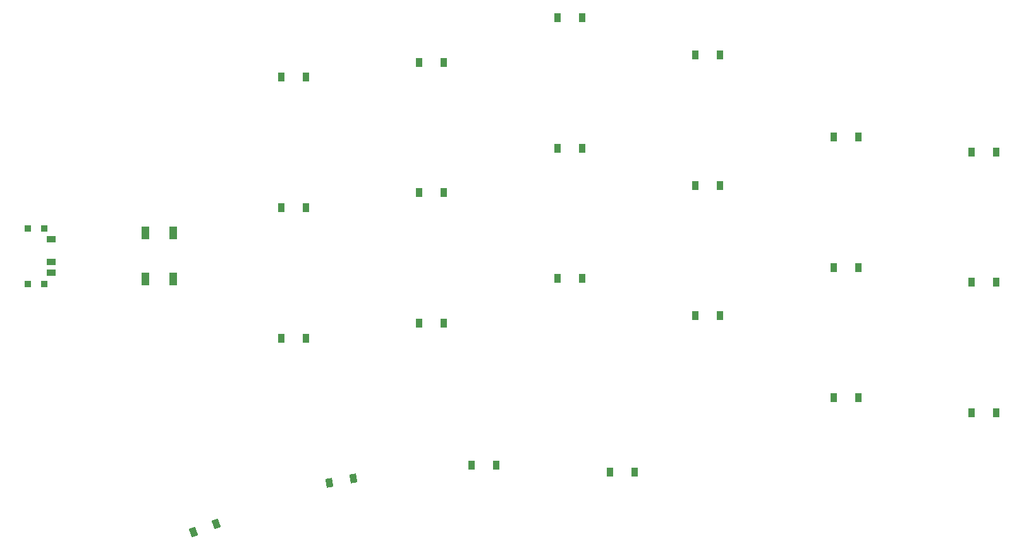
<source format=gbr>
%TF.GenerationSoftware,KiCad,Pcbnew,8.0.4*%
%TF.CreationDate,2024-08-22T13:25:09+01:00*%
%TF.ProjectId,right (v2 backup),72696768-7420-4287-9632-206261636b75,v1.0.0*%
%TF.SameCoordinates,Original*%
%TF.FileFunction,Paste,Top*%
%TF.FilePolarity,Positive*%
%FSLAX46Y46*%
G04 Gerber Fmt 4.6, Leading zero omitted, Abs format (unit mm)*
G04 Created by KiCad (PCBNEW 8.0.4) date 2024-08-22 13:25:09*
%MOMM*%
%LPD*%
G01*
G04 APERTURE LIST*
G04 Aperture macros list*
%AMRotRect*
0 Rectangle, with rotation*
0 The origin of the aperture is its center*
0 $1 length*
0 $2 width*
0 $3 Rotation angle, in degrees counterclockwise*
0 Add horizontal line*
21,1,$1,$2,0,0,$3*%
G04 Aperture macros list end*
%ADD10R,0.900000X1.200000*%
%ADD11RotRect,0.900000X1.200000X10.000000*%
%ADD12RotRect,0.900000X1.200000X20.000000*%
%ADD13R,1.100000X1.800000*%
%ADD14R,1.250000X0.900000*%
%ADD15R,0.900000X0.900000*%
G04 APERTURE END LIST*
D10*
%TO.C,D1*%
X386915178Y-87480611D03*
X390215178Y-87480609D03*
%TD*%
%TO.C,D2*%
X386915179Y-69980609D03*
X390215179Y-69980607D03*
%TD*%
%TO.C,D3*%
X386915177Y-52480610D03*
X390215177Y-52480608D03*
%TD*%
%TO.C,D4*%
X368415178Y-85480610D03*
X371715178Y-85480608D03*
%TD*%
%TO.C,D5*%
X368415176Y-67980610D03*
X371715176Y-67980608D03*
%TD*%
%TO.C,D6*%
X368415179Y-50480610D03*
X371715179Y-50480608D03*
%TD*%
%TO.C,D7*%
X349915177Y-74480610D03*
X353215177Y-74480608D03*
%TD*%
%TO.C,D8*%
X349915179Y-56980609D03*
X353215179Y-56980607D03*
%TD*%
%TO.C,D9*%
X349915178Y-39480610D03*
X353215178Y-39480608D03*
%TD*%
%TO.C,D10*%
X331415177Y-69480610D03*
X334715177Y-69480608D03*
%TD*%
%TO.C,D11*%
X331415178Y-51980609D03*
X334715178Y-51980607D03*
%TD*%
%TO.C,D12*%
X331415179Y-34480610D03*
X334715179Y-34480608D03*
%TD*%
%TO.C,D13*%
X312915179Y-75480611D03*
X316215179Y-75480609D03*
%TD*%
%TO.C,D14*%
X312915177Y-57980609D03*
X316215177Y-57980607D03*
%TD*%
%TO.C,D15*%
X312915178Y-40480610D03*
X316215178Y-40480608D03*
%TD*%
%TO.C,D16*%
X294415178Y-77480611D03*
X297715178Y-77480609D03*
%TD*%
%TO.C,D17*%
X294415179Y-59980608D03*
X297715179Y-59980606D03*
%TD*%
%TO.C,D18*%
X294415178Y-42480610D03*
X297715178Y-42480608D03*
%TD*%
%TO.C,D19*%
X338415176Y-95480610D03*
X341715176Y-95480608D03*
%TD*%
%TO.C,D20*%
X319915178Y-94480609D03*
X323215178Y-94480607D03*
%TD*%
D11*
%TO.C,D21*%
X300836806Y-96869785D03*
X304086672Y-96296749D03*
%TD*%
D12*
%TO.C,D22*%
X282636801Y-103520398D03*
X285737787Y-102391734D03*
%TD*%
D13*
%TO.C,B1*%
X276215179Y-69580607D03*
X276215179Y-63380607D03*
X279915179Y-69580607D03*
X279915179Y-63380607D03*
%TD*%
D14*
%TO.C,T1*%
X263640179Y-64230607D03*
X263640178Y-67230607D03*
X263640178Y-68730607D03*
D15*
X260465178Y-62780607D03*
X262665178Y-62780607D03*
X262665178Y-70180607D03*
X260465178Y-70180607D03*
%TD*%
M02*

</source>
